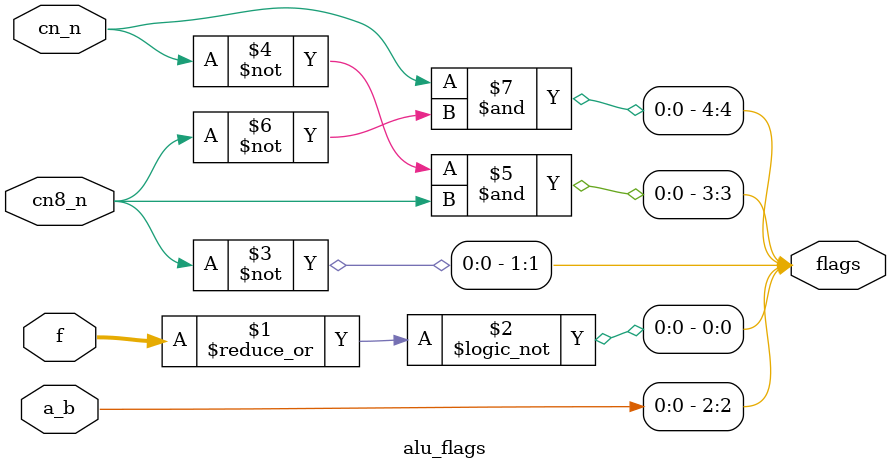
<source format=v>
module alu_flags (
	output [7:0] flags,
	 input [7:0] f,
	 input       a_b,
	 input       cn_n,
	 input       cn8_n
);
	
	assign flags[0] = ~|f; // Zero
	assign flags[1] = ~cn8_n; // Carry
	assign flags[2] = a_b; // Equal
	assign flags[3] = ~cn_n & cn8_n; // Lesser Than
	assign flags[4] = cn_n & ~cn8_n; // Greater Than

endmodule
</source>
